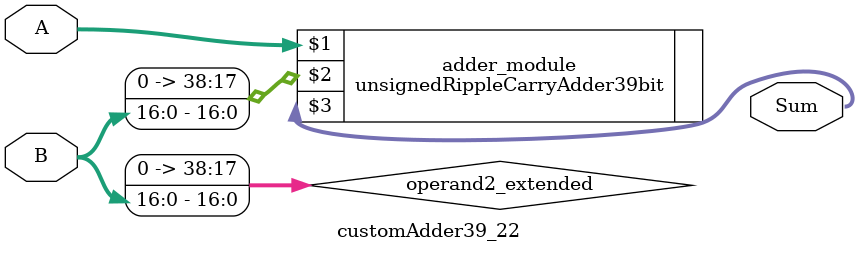
<source format=v>
module customAdder39_22(
                        input [38 : 0] A,
                        input [16 : 0] B,
                        
                        output [39 : 0] Sum
                );

        wire [38 : 0] operand2_extended;
        
        assign operand2_extended =  {22'b0, B};
        
        unsignedRippleCarryAdder39bit adder_module(
            A,
            operand2_extended,
            Sum
        );
        
        endmodule
        
</source>
